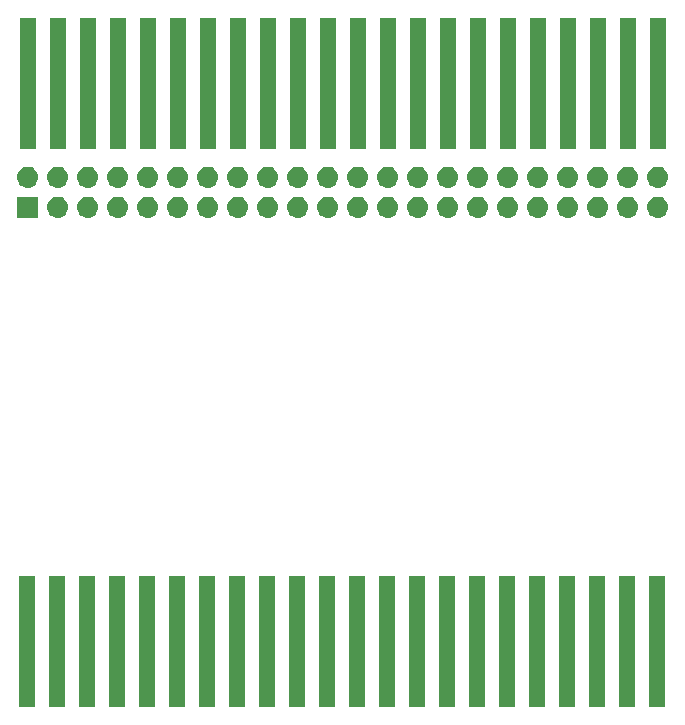
<source format=gbr>
G04 #@! TF.GenerationSoftware,KiCad,Pcbnew,(5.1.2-1)-1*
G04 #@! TF.CreationDate,2022-07-30T23:38:52+02:00*
G04 #@! TF.ProjectId,ElectronBreakOut,456c6563-7472-46f6-9e42-7265616b4f75,rev?*
G04 #@! TF.SameCoordinates,Original*
G04 #@! TF.FileFunction,Soldermask,Bot*
G04 #@! TF.FilePolarity,Negative*
%FSLAX46Y46*%
G04 Gerber Fmt 4.6, Leading zero omitted, Abs format (unit mm)*
G04 Created by KiCad (PCBNEW (5.1.2-1)-1) date 2022-07-30 23:38:52*
%MOMM*%
%LPD*%
G04 APERTURE LIST*
%ADD10C,0.100000*%
G04 APERTURE END LIST*
D10*
G36*
X177978000Y-130265000D02*
G01*
X176606000Y-130265000D01*
X176606000Y-119163000D01*
X177978000Y-119163000D01*
X177978000Y-130265000D01*
X177978000Y-130265000D01*
G37*
G36*
X175438000Y-130265000D02*
G01*
X174066000Y-130265000D01*
X174066000Y-119163000D01*
X175438000Y-119163000D01*
X175438000Y-130265000D01*
X175438000Y-130265000D01*
G37*
G36*
X172898000Y-130265000D02*
G01*
X171526000Y-130265000D01*
X171526000Y-119163000D01*
X172898000Y-119163000D01*
X172898000Y-130265000D01*
X172898000Y-130265000D01*
G37*
G36*
X170358000Y-130265000D02*
G01*
X168986000Y-130265000D01*
X168986000Y-119163000D01*
X170358000Y-119163000D01*
X170358000Y-130265000D01*
X170358000Y-130265000D01*
G37*
G36*
X167818000Y-130265000D02*
G01*
X166446000Y-130265000D01*
X166446000Y-119163000D01*
X167818000Y-119163000D01*
X167818000Y-130265000D01*
X167818000Y-130265000D01*
G37*
G36*
X165278000Y-130265000D02*
G01*
X163906000Y-130265000D01*
X163906000Y-119163000D01*
X165278000Y-119163000D01*
X165278000Y-130265000D01*
X165278000Y-130265000D01*
G37*
G36*
X162738000Y-130265000D02*
G01*
X161366000Y-130265000D01*
X161366000Y-119163000D01*
X162738000Y-119163000D01*
X162738000Y-130265000D01*
X162738000Y-130265000D01*
G37*
G36*
X160198000Y-130265000D02*
G01*
X158826000Y-130265000D01*
X158826000Y-119163000D01*
X160198000Y-119163000D01*
X160198000Y-130265000D01*
X160198000Y-130265000D01*
G37*
G36*
X157658000Y-130265000D02*
G01*
X156286000Y-130265000D01*
X156286000Y-119163000D01*
X157658000Y-119163000D01*
X157658000Y-130265000D01*
X157658000Y-130265000D01*
G37*
G36*
X155118000Y-130265000D02*
G01*
X153746000Y-130265000D01*
X153746000Y-119163000D01*
X155118000Y-119163000D01*
X155118000Y-130265000D01*
X155118000Y-130265000D01*
G37*
G36*
X152578000Y-130265000D02*
G01*
X151206000Y-130265000D01*
X151206000Y-119163000D01*
X152578000Y-119163000D01*
X152578000Y-130265000D01*
X152578000Y-130265000D01*
G37*
G36*
X150038000Y-130265000D02*
G01*
X148666000Y-130265000D01*
X148666000Y-119163000D01*
X150038000Y-119163000D01*
X150038000Y-130265000D01*
X150038000Y-130265000D01*
G37*
G36*
X147498000Y-130265000D02*
G01*
X146126000Y-130265000D01*
X146126000Y-119163000D01*
X147498000Y-119163000D01*
X147498000Y-130265000D01*
X147498000Y-130265000D01*
G37*
G36*
X144958000Y-130265000D02*
G01*
X143586000Y-130265000D01*
X143586000Y-119163000D01*
X144958000Y-119163000D01*
X144958000Y-130265000D01*
X144958000Y-130265000D01*
G37*
G36*
X142418000Y-130265000D02*
G01*
X141046000Y-130265000D01*
X141046000Y-119163000D01*
X142418000Y-119163000D01*
X142418000Y-130265000D01*
X142418000Y-130265000D01*
G37*
G36*
X139878000Y-130265000D02*
G01*
X138506000Y-130265000D01*
X138506000Y-119163000D01*
X139878000Y-119163000D01*
X139878000Y-130265000D01*
X139878000Y-130265000D01*
G37*
G36*
X137338000Y-130265000D02*
G01*
X135966000Y-130265000D01*
X135966000Y-119163000D01*
X137338000Y-119163000D01*
X137338000Y-130265000D01*
X137338000Y-130265000D01*
G37*
G36*
X134798000Y-130265000D02*
G01*
X133426000Y-130265000D01*
X133426000Y-119163000D01*
X134798000Y-119163000D01*
X134798000Y-130265000D01*
X134798000Y-130265000D01*
G37*
G36*
X132258000Y-130265000D02*
G01*
X130886000Y-130265000D01*
X130886000Y-119163000D01*
X132258000Y-119163000D01*
X132258000Y-130265000D01*
X132258000Y-130265000D01*
G37*
G36*
X129718000Y-130265000D02*
G01*
X128346000Y-130265000D01*
X128346000Y-119163000D01*
X129718000Y-119163000D01*
X129718000Y-130265000D01*
X129718000Y-130265000D01*
G37*
G36*
X127178000Y-130265000D02*
G01*
X125806000Y-130265000D01*
X125806000Y-119163000D01*
X127178000Y-119163000D01*
X127178000Y-130265000D01*
X127178000Y-130265000D01*
G37*
G36*
X124638000Y-130265000D02*
G01*
X123266000Y-130265000D01*
X123266000Y-119163000D01*
X124638000Y-119163000D01*
X124638000Y-130265000D01*
X124638000Y-130265000D01*
G37*
G36*
X124901000Y-88851000D02*
G01*
X123099000Y-88851000D01*
X123099000Y-87049000D01*
X124901000Y-87049000D01*
X124901000Y-88851000D01*
X124901000Y-88851000D01*
G37*
G36*
X126650443Y-87055519D02*
G01*
X126716627Y-87062037D01*
X126886466Y-87113557D01*
X127042991Y-87197222D01*
X127078729Y-87226552D01*
X127180186Y-87309814D01*
X127263448Y-87411271D01*
X127292778Y-87447009D01*
X127376443Y-87603534D01*
X127427963Y-87773373D01*
X127445359Y-87950000D01*
X127427963Y-88126627D01*
X127376443Y-88296466D01*
X127292778Y-88452991D01*
X127263448Y-88488729D01*
X127180186Y-88590186D01*
X127078729Y-88673448D01*
X127042991Y-88702778D01*
X126886466Y-88786443D01*
X126716627Y-88837963D01*
X126650443Y-88844481D01*
X126584260Y-88851000D01*
X126495740Y-88851000D01*
X126429557Y-88844481D01*
X126363373Y-88837963D01*
X126193534Y-88786443D01*
X126037009Y-88702778D01*
X126001271Y-88673448D01*
X125899814Y-88590186D01*
X125816552Y-88488729D01*
X125787222Y-88452991D01*
X125703557Y-88296466D01*
X125652037Y-88126627D01*
X125634641Y-87950000D01*
X125652037Y-87773373D01*
X125703557Y-87603534D01*
X125787222Y-87447009D01*
X125816552Y-87411271D01*
X125899814Y-87309814D01*
X126001271Y-87226552D01*
X126037009Y-87197222D01*
X126193534Y-87113557D01*
X126363373Y-87062037D01*
X126429557Y-87055519D01*
X126495740Y-87049000D01*
X126584260Y-87049000D01*
X126650443Y-87055519D01*
X126650443Y-87055519D01*
G37*
G36*
X129190443Y-87055519D02*
G01*
X129256627Y-87062037D01*
X129426466Y-87113557D01*
X129582991Y-87197222D01*
X129618729Y-87226552D01*
X129720186Y-87309814D01*
X129803448Y-87411271D01*
X129832778Y-87447009D01*
X129916443Y-87603534D01*
X129967963Y-87773373D01*
X129985359Y-87950000D01*
X129967963Y-88126627D01*
X129916443Y-88296466D01*
X129832778Y-88452991D01*
X129803448Y-88488729D01*
X129720186Y-88590186D01*
X129618729Y-88673448D01*
X129582991Y-88702778D01*
X129426466Y-88786443D01*
X129256627Y-88837963D01*
X129190443Y-88844481D01*
X129124260Y-88851000D01*
X129035740Y-88851000D01*
X128969557Y-88844481D01*
X128903373Y-88837963D01*
X128733534Y-88786443D01*
X128577009Y-88702778D01*
X128541271Y-88673448D01*
X128439814Y-88590186D01*
X128356552Y-88488729D01*
X128327222Y-88452991D01*
X128243557Y-88296466D01*
X128192037Y-88126627D01*
X128174641Y-87950000D01*
X128192037Y-87773373D01*
X128243557Y-87603534D01*
X128327222Y-87447009D01*
X128356552Y-87411271D01*
X128439814Y-87309814D01*
X128541271Y-87226552D01*
X128577009Y-87197222D01*
X128733534Y-87113557D01*
X128903373Y-87062037D01*
X128969557Y-87055519D01*
X129035740Y-87049000D01*
X129124260Y-87049000D01*
X129190443Y-87055519D01*
X129190443Y-87055519D01*
G37*
G36*
X131730443Y-87055519D02*
G01*
X131796627Y-87062037D01*
X131966466Y-87113557D01*
X132122991Y-87197222D01*
X132158729Y-87226552D01*
X132260186Y-87309814D01*
X132343448Y-87411271D01*
X132372778Y-87447009D01*
X132456443Y-87603534D01*
X132507963Y-87773373D01*
X132525359Y-87950000D01*
X132507963Y-88126627D01*
X132456443Y-88296466D01*
X132372778Y-88452991D01*
X132343448Y-88488729D01*
X132260186Y-88590186D01*
X132158729Y-88673448D01*
X132122991Y-88702778D01*
X131966466Y-88786443D01*
X131796627Y-88837963D01*
X131730443Y-88844481D01*
X131664260Y-88851000D01*
X131575740Y-88851000D01*
X131509557Y-88844481D01*
X131443373Y-88837963D01*
X131273534Y-88786443D01*
X131117009Y-88702778D01*
X131081271Y-88673448D01*
X130979814Y-88590186D01*
X130896552Y-88488729D01*
X130867222Y-88452991D01*
X130783557Y-88296466D01*
X130732037Y-88126627D01*
X130714641Y-87950000D01*
X130732037Y-87773373D01*
X130783557Y-87603534D01*
X130867222Y-87447009D01*
X130896552Y-87411271D01*
X130979814Y-87309814D01*
X131081271Y-87226552D01*
X131117009Y-87197222D01*
X131273534Y-87113557D01*
X131443373Y-87062037D01*
X131509557Y-87055519D01*
X131575740Y-87049000D01*
X131664260Y-87049000D01*
X131730443Y-87055519D01*
X131730443Y-87055519D01*
G37*
G36*
X134270443Y-87055519D02*
G01*
X134336627Y-87062037D01*
X134506466Y-87113557D01*
X134662991Y-87197222D01*
X134698729Y-87226552D01*
X134800186Y-87309814D01*
X134883448Y-87411271D01*
X134912778Y-87447009D01*
X134996443Y-87603534D01*
X135047963Y-87773373D01*
X135065359Y-87950000D01*
X135047963Y-88126627D01*
X134996443Y-88296466D01*
X134912778Y-88452991D01*
X134883448Y-88488729D01*
X134800186Y-88590186D01*
X134698729Y-88673448D01*
X134662991Y-88702778D01*
X134506466Y-88786443D01*
X134336627Y-88837963D01*
X134270443Y-88844481D01*
X134204260Y-88851000D01*
X134115740Y-88851000D01*
X134049557Y-88844481D01*
X133983373Y-88837963D01*
X133813534Y-88786443D01*
X133657009Y-88702778D01*
X133621271Y-88673448D01*
X133519814Y-88590186D01*
X133436552Y-88488729D01*
X133407222Y-88452991D01*
X133323557Y-88296466D01*
X133272037Y-88126627D01*
X133254641Y-87950000D01*
X133272037Y-87773373D01*
X133323557Y-87603534D01*
X133407222Y-87447009D01*
X133436552Y-87411271D01*
X133519814Y-87309814D01*
X133621271Y-87226552D01*
X133657009Y-87197222D01*
X133813534Y-87113557D01*
X133983373Y-87062037D01*
X134049557Y-87055519D01*
X134115740Y-87049000D01*
X134204260Y-87049000D01*
X134270443Y-87055519D01*
X134270443Y-87055519D01*
G37*
G36*
X136810443Y-87055519D02*
G01*
X136876627Y-87062037D01*
X137046466Y-87113557D01*
X137202991Y-87197222D01*
X137238729Y-87226552D01*
X137340186Y-87309814D01*
X137423448Y-87411271D01*
X137452778Y-87447009D01*
X137536443Y-87603534D01*
X137587963Y-87773373D01*
X137605359Y-87950000D01*
X137587963Y-88126627D01*
X137536443Y-88296466D01*
X137452778Y-88452991D01*
X137423448Y-88488729D01*
X137340186Y-88590186D01*
X137238729Y-88673448D01*
X137202991Y-88702778D01*
X137046466Y-88786443D01*
X136876627Y-88837963D01*
X136810443Y-88844481D01*
X136744260Y-88851000D01*
X136655740Y-88851000D01*
X136589557Y-88844481D01*
X136523373Y-88837963D01*
X136353534Y-88786443D01*
X136197009Y-88702778D01*
X136161271Y-88673448D01*
X136059814Y-88590186D01*
X135976552Y-88488729D01*
X135947222Y-88452991D01*
X135863557Y-88296466D01*
X135812037Y-88126627D01*
X135794641Y-87950000D01*
X135812037Y-87773373D01*
X135863557Y-87603534D01*
X135947222Y-87447009D01*
X135976552Y-87411271D01*
X136059814Y-87309814D01*
X136161271Y-87226552D01*
X136197009Y-87197222D01*
X136353534Y-87113557D01*
X136523373Y-87062037D01*
X136589557Y-87055519D01*
X136655740Y-87049000D01*
X136744260Y-87049000D01*
X136810443Y-87055519D01*
X136810443Y-87055519D01*
G37*
G36*
X139350443Y-87055519D02*
G01*
X139416627Y-87062037D01*
X139586466Y-87113557D01*
X139742991Y-87197222D01*
X139778729Y-87226552D01*
X139880186Y-87309814D01*
X139963448Y-87411271D01*
X139992778Y-87447009D01*
X140076443Y-87603534D01*
X140127963Y-87773373D01*
X140145359Y-87950000D01*
X140127963Y-88126627D01*
X140076443Y-88296466D01*
X139992778Y-88452991D01*
X139963448Y-88488729D01*
X139880186Y-88590186D01*
X139778729Y-88673448D01*
X139742991Y-88702778D01*
X139586466Y-88786443D01*
X139416627Y-88837963D01*
X139350443Y-88844481D01*
X139284260Y-88851000D01*
X139195740Y-88851000D01*
X139129557Y-88844481D01*
X139063373Y-88837963D01*
X138893534Y-88786443D01*
X138737009Y-88702778D01*
X138701271Y-88673448D01*
X138599814Y-88590186D01*
X138516552Y-88488729D01*
X138487222Y-88452991D01*
X138403557Y-88296466D01*
X138352037Y-88126627D01*
X138334641Y-87950000D01*
X138352037Y-87773373D01*
X138403557Y-87603534D01*
X138487222Y-87447009D01*
X138516552Y-87411271D01*
X138599814Y-87309814D01*
X138701271Y-87226552D01*
X138737009Y-87197222D01*
X138893534Y-87113557D01*
X139063373Y-87062037D01*
X139129557Y-87055519D01*
X139195740Y-87049000D01*
X139284260Y-87049000D01*
X139350443Y-87055519D01*
X139350443Y-87055519D01*
G37*
G36*
X141890443Y-87055519D02*
G01*
X141956627Y-87062037D01*
X142126466Y-87113557D01*
X142282991Y-87197222D01*
X142318729Y-87226552D01*
X142420186Y-87309814D01*
X142503448Y-87411271D01*
X142532778Y-87447009D01*
X142616443Y-87603534D01*
X142667963Y-87773373D01*
X142685359Y-87950000D01*
X142667963Y-88126627D01*
X142616443Y-88296466D01*
X142532778Y-88452991D01*
X142503448Y-88488729D01*
X142420186Y-88590186D01*
X142318729Y-88673448D01*
X142282991Y-88702778D01*
X142126466Y-88786443D01*
X141956627Y-88837963D01*
X141890443Y-88844481D01*
X141824260Y-88851000D01*
X141735740Y-88851000D01*
X141669557Y-88844481D01*
X141603373Y-88837963D01*
X141433534Y-88786443D01*
X141277009Y-88702778D01*
X141241271Y-88673448D01*
X141139814Y-88590186D01*
X141056552Y-88488729D01*
X141027222Y-88452991D01*
X140943557Y-88296466D01*
X140892037Y-88126627D01*
X140874641Y-87950000D01*
X140892037Y-87773373D01*
X140943557Y-87603534D01*
X141027222Y-87447009D01*
X141056552Y-87411271D01*
X141139814Y-87309814D01*
X141241271Y-87226552D01*
X141277009Y-87197222D01*
X141433534Y-87113557D01*
X141603373Y-87062037D01*
X141669557Y-87055519D01*
X141735740Y-87049000D01*
X141824260Y-87049000D01*
X141890443Y-87055519D01*
X141890443Y-87055519D01*
G37*
G36*
X144430443Y-87055519D02*
G01*
X144496627Y-87062037D01*
X144666466Y-87113557D01*
X144822991Y-87197222D01*
X144858729Y-87226552D01*
X144960186Y-87309814D01*
X145043448Y-87411271D01*
X145072778Y-87447009D01*
X145156443Y-87603534D01*
X145207963Y-87773373D01*
X145225359Y-87950000D01*
X145207963Y-88126627D01*
X145156443Y-88296466D01*
X145072778Y-88452991D01*
X145043448Y-88488729D01*
X144960186Y-88590186D01*
X144858729Y-88673448D01*
X144822991Y-88702778D01*
X144666466Y-88786443D01*
X144496627Y-88837963D01*
X144430443Y-88844481D01*
X144364260Y-88851000D01*
X144275740Y-88851000D01*
X144209557Y-88844481D01*
X144143373Y-88837963D01*
X143973534Y-88786443D01*
X143817009Y-88702778D01*
X143781271Y-88673448D01*
X143679814Y-88590186D01*
X143596552Y-88488729D01*
X143567222Y-88452991D01*
X143483557Y-88296466D01*
X143432037Y-88126627D01*
X143414641Y-87950000D01*
X143432037Y-87773373D01*
X143483557Y-87603534D01*
X143567222Y-87447009D01*
X143596552Y-87411271D01*
X143679814Y-87309814D01*
X143781271Y-87226552D01*
X143817009Y-87197222D01*
X143973534Y-87113557D01*
X144143373Y-87062037D01*
X144209557Y-87055519D01*
X144275740Y-87049000D01*
X144364260Y-87049000D01*
X144430443Y-87055519D01*
X144430443Y-87055519D01*
G37*
G36*
X146970443Y-87055519D02*
G01*
X147036627Y-87062037D01*
X147206466Y-87113557D01*
X147362991Y-87197222D01*
X147398729Y-87226552D01*
X147500186Y-87309814D01*
X147583448Y-87411271D01*
X147612778Y-87447009D01*
X147696443Y-87603534D01*
X147747963Y-87773373D01*
X147765359Y-87950000D01*
X147747963Y-88126627D01*
X147696443Y-88296466D01*
X147612778Y-88452991D01*
X147583448Y-88488729D01*
X147500186Y-88590186D01*
X147398729Y-88673448D01*
X147362991Y-88702778D01*
X147206466Y-88786443D01*
X147036627Y-88837963D01*
X146970443Y-88844481D01*
X146904260Y-88851000D01*
X146815740Y-88851000D01*
X146749557Y-88844481D01*
X146683373Y-88837963D01*
X146513534Y-88786443D01*
X146357009Y-88702778D01*
X146321271Y-88673448D01*
X146219814Y-88590186D01*
X146136552Y-88488729D01*
X146107222Y-88452991D01*
X146023557Y-88296466D01*
X145972037Y-88126627D01*
X145954641Y-87950000D01*
X145972037Y-87773373D01*
X146023557Y-87603534D01*
X146107222Y-87447009D01*
X146136552Y-87411271D01*
X146219814Y-87309814D01*
X146321271Y-87226552D01*
X146357009Y-87197222D01*
X146513534Y-87113557D01*
X146683373Y-87062037D01*
X146749557Y-87055519D01*
X146815740Y-87049000D01*
X146904260Y-87049000D01*
X146970443Y-87055519D01*
X146970443Y-87055519D01*
G37*
G36*
X149510443Y-87055519D02*
G01*
X149576627Y-87062037D01*
X149746466Y-87113557D01*
X149902991Y-87197222D01*
X149938729Y-87226552D01*
X150040186Y-87309814D01*
X150123448Y-87411271D01*
X150152778Y-87447009D01*
X150236443Y-87603534D01*
X150287963Y-87773373D01*
X150305359Y-87950000D01*
X150287963Y-88126627D01*
X150236443Y-88296466D01*
X150152778Y-88452991D01*
X150123448Y-88488729D01*
X150040186Y-88590186D01*
X149938729Y-88673448D01*
X149902991Y-88702778D01*
X149746466Y-88786443D01*
X149576627Y-88837963D01*
X149510443Y-88844481D01*
X149444260Y-88851000D01*
X149355740Y-88851000D01*
X149289557Y-88844481D01*
X149223373Y-88837963D01*
X149053534Y-88786443D01*
X148897009Y-88702778D01*
X148861271Y-88673448D01*
X148759814Y-88590186D01*
X148676552Y-88488729D01*
X148647222Y-88452991D01*
X148563557Y-88296466D01*
X148512037Y-88126627D01*
X148494641Y-87950000D01*
X148512037Y-87773373D01*
X148563557Y-87603534D01*
X148647222Y-87447009D01*
X148676552Y-87411271D01*
X148759814Y-87309814D01*
X148861271Y-87226552D01*
X148897009Y-87197222D01*
X149053534Y-87113557D01*
X149223373Y-87062037D01*
X149289557Y-87055519D01*
X149355740Y-87049000D01*
X149444260Y-87049000D01*
X149510443Y-87055519D01*
X149510443Y-87055519D01*
G37*
G36*
X152050443Y-87055519D02*
G01*
X152116627Y-87062037D01*
X152286466Y-87113557D01*
X152442991Y-87197222D01*
X152478729Y-87226552D01*
X152580186Y-87309814D01*
X152663448Y-87411271D01*
X152692778Y-87447009D01*
X152776443Y-87603534D01*
X152827963Y-87773373D01*
X152845359Y-87950000D01*
X152827963Y-88126627D01*
X152776443Y-88296466D01*
X152692778Y-88452991D01*
X152663448Y-88488729D01*
X152580186Y-88590186D01*
X152478729Y-88673448D01*
X152442991Y-88702778D01*
X152286466Y-88786443D01*
X152116627Y-88837963D01*
X152050443Y-88844481D01*
X151984260Y-88851000D01*
X151895740Y-88851000D01*
X151829557Y-88844481D01*
X151763373Y-88837963D01*
X151593534Y-88786443D01*
X151437009Y-88702778D01*
X151401271Y-88673448D01*
X151299814Y-88590186D01*
X151216552Y-88488729D01*
X151187222Y-88452991D01*
X151103557Y-88296466D01*
X151052037Y-88126627D01*
X151034641Y-87950000D01*
X151052037Y-87773373D01*
X151103557Y-87603534D01*
X151187222Y-87447009D01*
X151216552Y-87411271D01*
X151299814Y-87309814D01*
X151401271Y-87226552D01*
X151437009Y-87197222D01*
X151593534Y-87113557D01*
X151763373Y-87062037D01*
X151829557Y-87055519D01*
X151895740Y-87049000D01*
X151984260Y-87049000D01*
X152050443Y-87055519D01*
X152050443Y-87055519D01*
G37*
G36*
X154590443Y-87055519D02*
G01*
X154656627Y-87062037D01*
X154826466Y-87113557D01*
X154982991Y-87197222D01*
X155018729Y-87226552D01*
X155120186Y-87309814D01*
X155203448Y-87411271D01*
X155232778Y-87447009D01*
X155316443Y-87603534D01*
X155367963Y-87773373D01*
X155385359Y-87950000D01*
X155367963Y-88126627D01*
X155316443Y-88296466D01*
X155232778Y-88452991D01*
X155203448Y-88488729D01*
X155120186Y-88590186D01*
X155018729Y-88673448D01*
X154982991Y-88702778D01*
X154826466Y-88786443D01*
X154656627Y-88837963D01*
X154590443Y-88844481D01*
X154524260Y-88851000D01*
X154435740Y-88851000D01*
X154369557Y-88844481D01*
X154303373Y-88837963D01*
X154133534Y-88786443D01*
X153977009Y-88702778D01*
X153941271Y-88673448D01*
X153839814Y-88590186D01*
X153756552Y-88488729D01*
X153727222Y-88452991D01*
X153643557Y-88296466D01*
X153592037Y-88126627D01*
X153574641Y-87950000D01*
X153592037Y-87773373D01*
X153643557Y-87603534D01*
X153727222Y-87447009D01*
X153756552Y-87411271D01*
X153839814Y-87309814D01*
X153941271Y-87226552D01*
X153977009Y-87197222D01*
X154133534Y-87113557D01*
X154303373Y-87062037D01*
X154369557Y-87055519D01*
X154435740Y-87049000D01*
X154524260Y-87049000D01*
X154590443Y-87055519D01*
X154590443Y-87055519D01*
G37*
G36*
X157130443Y-87055519D02*
G01*
X157196627Y-87062037D01*
X157366466Y-87113557D01*
X157522991Y-87197222D01*
X157558729Y-87226552D01*
X157660186Y-87309814D01*
X157743448Y-87411271D01*
X157772778Y-87447009D01*
X157856443Y-87603534D01*
X157907963Y-87773373D01*
X157925359Y-87950000D01*
X157907963Y-88126627D01*
X157856443Y-88296466D01*
X157772778Y-88452991D01*
X157743448Y-88488729D01*
X157660186Y-88590186D01*
X157558729Y-88673448D01*
X157522991Y-88702778D01*
X157366466Y-88786443D01*
X157196627Y-88837963D01*
X157130443Y-88844481D01*
X157064260Y-88851000D01*
X156975740Y-88851000D01*
X156909557Y-88844481D01*
X156843373Y-88837963D01*
X156673534Y-88786443D01*
X156517009Y-88702778D01*
X156481271Y-88673448D01*
X156379814Y-88590186D01*
X156296552Y-88488729D01*
X156267222Y-88452991D01*
X156183557Y-88296466D01*
X156132037Y-88126627D01*
X156114641Y-87950000D01*
X156132037Y-87773373D01*
X156183557Y-87603534D01*
X156267222Y-87447009D01*
X156296552Y-87411271D01*
X156379814Y-87309814D01*
X156481271Y-87226552D01*
X156517009Y-87197222D01*
X156673534Y-87113557D01*
X156843373Y-87062037D01*
X156909557Y-87055519D01*
X156975740Y-87049000D01*
X157064260Y-87049000D01*
X157130443Y-87055519D01*
X157130443Y-87055519D01*
G37*
G36*
X159670443Y-87055519D02*
G01*
X159736627Y-87062037D01*
X159906466Y-87113557D01*
X160062991Y-87197222D01*
X160098729Y-87226552D01*
X160200186Y-87309814D01*
X160283448Y-87411271D01*
X160312778Y-87447009D01*
X160396443Y-87603534D01*
X160447963Y-87773373D01*
X160465359Y-87950000D01*
X160447963Y-88126627D01*
X160396443Y-88296466D01*
X160312778Y-88452991D01*
X160283448Y-88488729D01*
X160200186Y-88590186D01*
X160098729Y-88673448D01*
X160062991Y-88702778D01*
X159906466Y-88786443D01*
X159736627Y-88837963D01*
X159670443Y-88844481D01*
X159604260Y-88851000D01*
X159515740Y-88851000D01*
X159449557Y-88844481D01*
X159383373Y-88837963D01*
X159213534Y-88786443D01*
X159057009Y-88702778D01*
X159021271Y-88673448D01*
X158919814Y-88590186D01*
X158836552Y-88488729D01*
X158807222Y-88452991D01*
X158723557Y-88296466D01*
X158672037Y-88126627D01*
X158654641Y-87950000D01*
X158672037Y-87773373D01*
X158723557Y-87603534D01*
X158807222Y-87447009D01*
X158836552Y-87411271D01*
X158919814Y-87309814D01*
X159021271Y-87226552D01*
X159057009Y-87197222D01*
X159213534Y-87113557D01*
X159383373Y-87062037D01*
X159449557Y-87055519D01*
X159515740Y-87049000D01*
X159604260Y-87049000D01*
X159670443Y-87055519D01*
X159670443Y-87055519D01*
G37*
G36*
X162210443Y-87055519D02*
G01*
X162276627Y-87062037D01*
X162446466Y-87113557D01*
X162602991Y-87197222D01*
X162638729Y-87226552D01*
X162740186Y-87309814D01*
X162823448Y-87411271D01*
X162852778Y-87447009D01*
X162936443Y-87603534D01*
X162987963Y-87773373D01*
X163005359Y-87950000D01*
X162987963Y-88126627D01*
X162936443Y-88296466D01*
X162852778Y-88452991D01*
X162823448Y-88488729D01*
X162740186Y-88590186D01*
X162638729Y-88673448D01*
X162602991Y-88702778D01*
X162446466Y-88786443D01*
X162276627Y-88837963D01*
X162210443Y-88844481D01*
X162144260Y-88851000D01*
X162055740Y-88851000D01*
X161989557Y-88844481D01*
X161923373Y-88837963D01*
X161753534Y-88786443D01*
X161597009Y-88702778D01*
X161561271Y-88673448D01*
X161459814Y-88590186D01*
X161376552Y-88488729D01*
X161347222Y-88452991D01*
X161263557Y-88296466D01*
X161212037Y-88126627D01*
X161194641Y-87950000D01*
X161212037Y-87773373D01*
X161263557Y-87603534D01*
X161347222Y-87447009D01*
X161376552Y-87411271D01*
X161459814Y-87309814D01*
X161561271Y-87226552D01*
X161597009Y-87197222D01*
X161753534Y-87113557D01*
X161923373Y-87062037D01*
X161989557Y-87055519D01*
X162055740Y-87049000D01*
X162144260Y-87049000D01*
X162210443Y-87055519D01*
X162210443Y-87055519D01*
G37*
G36*
X164750443Y-87055519D02*
G01*
X164816627Y-87062037D01*
X164986466Y-87113557D01*
X165142991Y-87197222D01*
X165178729Y-87226552D01*
X165280186Y-87309814D01*
X165363448Y-87411271D01*
X165392778Y-87447009D01*
X165476443Y-87603534D01*
X165527963Y-87773373D01*
X165545359Y-87950000D01*
X165527963Y-88126627D01*
X165476443Y-88296466D01*
X165392778Y-88452991D01*
X165363448Y-88488729D01*
X165280186Y-88590186D01*
X165178729Y-88673448D01*
X165142991Y-88702778D01*
X164986466Y-88786443D01*
X164816627Y-88837963D01*
X164750443Y-88844481D01*
X164684260Y-88851000D01*
X164595740Y-88851000D01*
X164529557Y-88844481D01*
X164463373Y-88837963D01*
X164293534Y-88786443D01*
X164137009Y-88702778D01*
X164101271Y-88673448D01*
X163999814Y-88590186D01*
X163916552Y-88488729D01*
X163887222Y-88452991D01*
X163803557Y-88296466D01*
X163752037Y-88126627D01*
X163734641Y-87950000D01*
X163752037Y-87773373D01*
X163803557Y-87603534D01*
X163887222Y-87447009D01*
X163916552Y-87411271D01*
X163999814Y-87309814D01*
X164101271Y-87226552D01*
X164137009Y-87197222D01*
X164293534Y-87113557D01*
X164463373Y-87062037D01*
X164529557Y-87055519D01*
X164595740Y-87049000D01*
X164684260Y-87049000D01*
X164750443Y-87055519D01*
X164750443Y-87055519D01*
G37*
G36*
X167290443Y-87055519D02*
G01*
X167356627Y-87062037D01*
X167526466Y-87113557D01*
X167682991Y-87197222D01*
X167718729Y-87226552D01*
X167820186Y-87309814D01*
X167903448Y-87411271D01*
X167932778Y-87447009D01*
X168016443Y-87603534D01*
X168067963Y-87773373D01*
X168085359Y-87950000D01*
X168067963Y-88126627D01*
X168016443Y-88296466D01*
X167932778Y-88452991D01*
X167903448Y-88488729D01*
X167820186Y-88590186D01*
X167718729Y-88673448D01*
X167682991Y-88702778D01*
X167526466Y-88786443D01*
X167356627Y-88837963D01*
X167290443Y-88844481D01*
X167224260Y-88851000D01*
X167135740Y-88851000D01*
X167069557Y-88844481D01*
X167003373Y-88837963D01*
X166833534Y-88786443D01*
X166677009Y-88702778D01*
X166641271Y-88673448D01*
X166539814Y-88590186D01*
X166456552Y-88488729D01*
X166427222Y-88452991D01*
X166343557Y-88296466D01*
X166292037Y-88126627D01*
X166274641Y-87950000D01*
X166292037Y-87773373D01*
X166343557Y-87603534D01*
X166427222Y-87447009D01*
X166456552Y-87411271D01*
X166539814Y-87309814D01*
X166641271Y-87226552D01*
X166677009Y-87197222D01*
X166833534Y-87113557D01*
X167003373Y-87062037D01*
X167069557Y-87055519D01*
X167135740Y-87049000D01*
X167224260Y-87049000D01*
X167290443Y-87055519D01*
X167290443Y-87055519D01*
G37*
G36*
X169830443Y-87055519D02*
G01*
X169896627Y-87062037D01*
X170066466Y-87113557D01*
X170222991Y-87197222D01*
X170258729Y-87226552D01*
X170360186Y-87309814D01*
X170443448Y-87411271D01*
X170472778Y-87447009D01*
X170556443Y-87603534D01*
X170607963Y-87773373D01*
X170625359Y-87950000D01*
X170607963Y-88126627D01*
X170556443Y-88296466D01*
X170472778Y-88452991D01*
X170443448Y-88488729D01*
X170360186Y-88590186D01*
X170258729Y-88673448D01*
X170222991Y-88702778D01*
X170066466Y-88786443D01*
X169896627Y-88837963D01*
X169830443Y-88844481D01*
X169764260Y-88851000D01*
X169675740Y-88851000D01*
X169609557Y-88844481D01*
X169543373Y-88837963D01*
X169373534Y-88786443D01*
X169217009Y-88702778D01*
X169181271Y-88673448D01*
X169079814Y-88590186D01*
X168996552Y-88488729D01*
X168967222Y-88452991D01*
X168883557Y-88296466D01*
X168832037Y-88126627D01*
X168814641Y-87950000D01*
X168832037Y-87773373D01*
X168883557Y-87603534D01*
X168967222Y-87447009D01*
X168996552Y-87411271D01*
X169079814Y-87309814D01*
X169181271Y-87226552D01*
X169217009Y-87197222D01*
X169373534Y-87113557D01*
X169543373Y-87062037D01*
X169609557Y-87055519D01*
X169675740Y-87049000D01*
X169764260Y-87049000D01*
X169830443Y-87055519D01*
X169830443Y-87055519D01*
G37*
G36*
X172370443Y-87055519D02*
G01*
X172436627Y-87062037D01*
X172606466Y-87113557D01*
X172762991Y-87197222D01*
X172798729Y-87226552D01*
X172900186Y-87309814D01*
X172983448Y-87411271D01*
X173012778Y-87447009D01*
X173096443Y-87603534D01*
X173147963Y-87773373D01*
X173165359Y-87950000D01*
X173147963Y-88126627D01*
X173096443Y-88296466D01*
X173012778Y-88452991D01*
X172983448Y-88488729D01*
X172900186Y-88590186D01*
X172798729Y-88673448D01*
X172762991Y-88702778D01*
X172606466Y-88786443D01*
X172436627Y-88837963D01*
X172370442Y-88844482D01*
X172304260Y-88851000D01*
X172215740Y-88851000D01*
X172149557Y-88844481D01*
X172083373Y-88837963D01*
X171913534Y-88786443D01*
X171757009Y-88702778D01*
X171721271Y-88673448D01*
X171619814Y-88590186D01*
X171536552Y-88488729D01*
X171507222Y-88452991D01*
X171423557Y-88296466D01*
X171372037Y-88126627D01*
X171354641Y-87950000D01*
X171372037Y-87773373D01*
X171423557Y-87603534D01*
X171507222Y-87447009D01*
X171536552Y-87411271D01*
X171619814Y-87309814D01*
X171721271Y-87226552D01*
X171757009Y-87197222D01*
X171913534Y-87113557D01*
X172083373Y-87062037D01*
X172149557Y-87055519D01*
X172215740Y-87049000D01*
X172304260Y-87049000D01*
X172370443Y-87055519D01*
X172370443Y-87055519D01*
G37*
G36*
X174910443Y-87055519D02*
G01*
X174976627Y-87062037D01*
X175146466Y-87113557D01*
X175302991Y-87197222D01*
X175338729Y-87226552D01*
X175440186Y-87309814D01*
X175523448Y-87411271D01*
X175552778Y-87447009D01*
X175636443Y-87603534D01*
X175687963Y-87773373D01*
X175705359Y-87950000D01*
X175687963Y-88126627D01*
X175636443Y-88296466D01*
X175552778Y-88452991D01*
X175523448Y-88488729D01*
X175440186Y-88590186D01*
X175338729Y-88673448D01*
X175302991Y-88702778D01*
X175146466Y-88786443D01*
X174976627Y-88837963D01*
X174910442Y-88844482D01*
X174844260Y-88851000D01*
X174755740Y-88851000D01*
X174689557Y-88844481D01*
X174623373Y-88837963D01*
X174453534Y-88786443D01*
X174297009Y-88702778D01*
X174261271Y-88673448D01*
X174159814Y-88590186D01*
X174076552Y-88488729D01*
X174047222Y-88452991D01*
X173963557Y-88296466D01*
X173912037Y-88126627D01*
X173894641Y-87950000D01*
X173912037Y-87773373D01*
X173963557Y-87603534D01*
X174047222Y-87447009D01*
X174076552Y-87411271D01*
X174159814Y-87309814D01*
X174261271Y-87226552D01*
X174297009Y-87197222D01*
X174453534Y-87113557D01*
X174623373Y-87062037D01*
X174689557Y-87055519D01*
X174755740Y-87049000D01*
X174844260Y-87049000D01*
X174910443Y-87055519D01*
X174910443Y-87055519D01*
G37*
G36*
X177450443Y-87055519D02*
G01*
X177516627Y-87062037D01*
X177686466Y-87113557D01*
X177842991Y-87197222D01*
X177878729Y-87226552D01*
X177980186Y-87309814D01*
X178063448Y-87411271D01*
X178092778Y-87447009D01*
X178176443Y-87603534D01*
X178227963Y-87773373D01*
X178245359Y-87950000D01*
X178227963Y-88126627D01*
X178176443Y-88296466D01*
X178092778Y-88452991D01*
X178063448Y-88488729D01*
X177980186Y-88590186D01*
X177878729Y-88673448D01*
X177842991Y-88702778D01*
X177686466Y-88786443D01*
X177516627Y-88837963D01*
X177450442Y-88844482D01*
X177384260Y-88851000D01*
X177295740Y-88851000D01*
X177229557Y-88844481D01*
X177163373Y-88837963D01*
X176993534Y-88786443D01*
X176837009Y-88702778D01*
X176801271Y-88673448D01*
X176699814Y-88590186D01*
X176616552Y-88488729D01*
X176587222Y-88452991D01*
X176503557Y-88296466D01*
X176452037Y-88126627D01*
X176434641Y-87950000D01*
X176452037Y-87773373D01*
X176503557Y-87603534D01*
X176587222Y-87447009D01*
X176616552Y-87411271D01*
X176699814Y-87309814D01*
X176801271Y-87226552D01*
X176837009Y-87197222D01*
X176993534Y-87113557D01*
X177163373Y-87062037D01*
X177229557Y-87055519D01*
X177295740Y-87049000D01*
X177384260Y-87049000D01*
X177450443Y-87055519D01*
X177450443Y-87055519D01*
G37*
G36*
X177450442Y-84515518D02*
G01*
X177516627Y-84522037D01*
X177686466Y-84573557D01*
X177842991Y-84657222D01*
X177878729Y-84686552D01*
X177980186Y-84769814D01*
X178063448Y-84871271D01*
X178092778Y-84907009D01*
X178176443Y-85063534D01*
X178227963Y-85233373D01*
X178245359Y-85410000D01*
X178227963Y-85586627D01*
X178176443Y-85756466D01*
X178092778Y-85912991D01*
X178063448Y-85948729D01*
X177980186Y-86050186D01*
X177878729Y-86133448D01*
X177842991Y-86162778D01*
X177686466Y-86246443D01*
X177516627Y-86297963D01*
X177450442Y-86304482D01*
X177384260Y-86311000D01*
X177295740Y-86311000D01*
X177229558Y-86304482D01*
X177163373Y-86297963D01*
X176993534Y-86246443D01*
X176837009Y-86162778D01*
X176801271Y-86133448D01*
X176699814Y-86050186D01*
X176616552Y-85948729D01*
X176587222Y-85912991D01*
X176503557Y-85756466D01*
X176452037Y-85586627D01*
X176434641Y-85410000D01*
X176452037Y-85233373D01*
X176503557Y-85063534D01*
X176587222Y-84907009D01*
X176616552Y-84871271D01*
X176699814Y-84769814D01*
X176801271Y-84686552D01*
X176837009Y-84657222D01*
X176993534Y-84573557D01*
X177163373Y-84522037D01*
X177229558Y-84515518D01*
X177295740Y-84509000D01*
X177384260Y-84509000D01*
X177450442Y-84515518D01*
X177450442Y-84515518D01*
G37*
G36*
X124110442Y-84515518D02*
G01*
X124176627Y-84522037D01*
X124346466Y-84573557D01*
X124502991Y-84657222D01*
X124538729Y-84686552D01*
X124640186Y-84769814D01*
X124723448Y-84871271D01*
X124752778Y-84907009D01*
X124836443Y-85063534D01*
X124887963Y-85233373D01*
X124905359Y-85410000D01*
X124887963Y-85586627D01*
X124836443Y-85756466D01*
X124752778Y-85912991D01*
X124723448Y-85948729D01*
X124640186Y-86050186D01*
X124538729Y-86133448D01*
X124502991Y-86162778D01*
X124346466Y-86246443D01*
X124176627Y-86297963D01*
X124110442Y-86304482D01*
X124044260Y-86311000D01*
X123955740Y-86311000D01*
X123889558Y-86304482D01*
X123823373Y-86297963D01*
X123653534Y-86246443D01*
X123497009Y-86162778D01*
X123461271Y-86133448D01*
X123359814Y-86050186D01*
X123276552Y-85948729D01*
X123247222Y-85912991D01*
X123163557Y-85756466D01*
X123112037Y-85586627D01*
X123094641Y-85410000D01*
X123112037Y-85233373D01*
X123163557Y-85063534D01*
X123247222Y-84907009D01*
X123276552Y-84871271D01*
X123359814Y-84769814D01*
X123461271Y-84686552D01*
X123497009Y-84657222D01*
X123653534Y-84573557D01*
X123823373Y-84522037D01*
X123889558Y-84515518D01*
X123955740Y-84509000D01*
X124044260Y-84509000D01*
X124110442Y-84515518D01*
X124110442Y-84515518D01*
G37*
G36*
X174910442Y-84515518D02*
G01*
X174976627Y-84522037D01*
X175146466Y-84573557D01*
X175302991Y-84657222D01*
X175338729Y-84686552D01*
X175440186Y-84769814D01*
X175523448Y-84871271D01*
X175552778Y-84907009D01*
X175636443Y-85063534D01*
X175687963Y-85233373D01*
X175705359Y-85410000D01*
X175687963Y-85586627D01*
X175636443Y-85756466D01*
X175552778Y-85912991D01*
X175523448Y-85948729D01*
X175440186Y-86050186D01*
X175338729Y-86133448D01*
X175302991Y-86162778D01*
X175146466Y-86246443D01*
X174976627Y-86297963D01*
X174910442Y-86304482D01*
X174844260Y-86311000D01*
X174755740Y-86311000D01*
X174689558Y-86304482D01*
X174623373Y-86297963D01*
X174453534Y-86246443D01*
X174297009Y-86162778D01*
X174261271Y-86133448D01*
X174159814Y-86050186D01*
X174076552Y-85948729D01*
X174047222Y-85912991D01*
X173963557Y-85756466D01*
X173912037Y-85586627D01*
X173894641Y-85410000D01*
X173912037Y-85233373D01*
X173963557Y-85063534D01*
X174047222Y-84907009D01*
X174076552Y-84871271D01*
X174159814Y-84769814D01*
X174261271Y-84686552D01*
X174297009Y-84657222D01*
X174453534Y-84573557D01*
X174623373Y-84522037D01*
X174689558Y-84515518D01*
X174755740Y-84509000D01*
X174844260Y-84509000D01*
X174910442Y-84515518D01*
X174910442Y-84515518D01*
G37*
G36*
X126650442Y-84515518D02*
G01*
X126716627Y-84522037D01*
X126886466Y-84573557D01*
X127042991Y-84657222D01*
X127078729Y-84686552D01*
X127180186Y-84769814D01*
X127263448Y-84871271D01*
X127292778Y-84907009D01*
X127376443Y-85063534D01*
X127427963Y-85233373D01*
X127445359Y-85410000D01*
X127427963Y-85586627D01*
X127376443Y-85756466D01*
X127292778Y-85912991D01*
X127263448Y-85948729D01*
X127180186Y-86050186D01*
X127078729Y-86133448D01*
X127042991Y-86162778D01*
X126886466Y-86246443D01*
X126716627Y-86297963D01*
X126650442Y-86304482D01*
X126584260Y-86311000D01*
X126495740Y-86311000D01*
X126429558Y-86304482D01*
X126363373Y-86297963D01*
X126193534Y-86246443D01*
X126037009Y-86162778D01*
X126001271Y-86133448D01*
X125899814Y-86050186D01*
X125816552Y-85948729D01*
X125787222Y-85912991D01*
X125703557Y-85756466D01*
X125652037Y-85586627D01*
X125634641Y-85410000D01*
X125652037Y-85233373D01*
X125703557Y-85063534D01*
X125787222Y-84907009D01*
X125816552Y-84871271D01*
X125899814Y-84769814D01*
X126001271Y-84686552D01*
X126037009Y-84657222D01*
X126193534Y-84573557D01*
X126363373Y-84522037D01*
X126429558Y-84515518D01*
X126495740Y-84509000D01*
X126584260Y-84509000D01*
X126650442Y-84515518D01*
X126650442Y-84515518D01*
G37*
G36*
X172370442Y-84515518D02*
G01*
X172436627Y-84522037D01*
X172606466Y-84573557D01*
X172762991Y-84657222D01*
X172798729Y-84686552D01*
X172900186Y-84769814D01*
X172983448Y-84871271D01*
X173012778Y-84907009D01*
X173096443Y-85063534D01*
X173147963Y-85233373D01*
X173165359Y-85410000D01*
X173147963Y-85586627D01*
X173096443Y-85756466D01*
X173012778Y-85912991D01*
X172983448Y-85948729D01*
X172900186Y-86050186D01*
X172798729Y-86133448D01*
X172762991Y-86162778D01*
X172606466Y-86246443D01*
X172436627Y-86297963D01*
X172370442Y-86304482D01*
X172304260Y-86311000D01*
X172215740Y-86311000D01*
X172149558Y-86304482D01*
X172083373Y-86297963D01*
X171913534Y-86246443D01*
X171757009Y-86162778D01*
X171721271Y-86133448D01*
X171619814Y-86050186D01*
X171536552Y-85948729D01*
X171507222Y-85912991D01*
X171423557Y-85756466D01*
X171372037Y-85586627D01*
X171354641Y-85410000D01*
X171372037Y-85233373D01*
X171423557Y-85063534D01*
X171507222Y-84907009D01*
X171536552Y-84871271D01*
X171619814Y-84769814D01*
X171721271Y-84686552D01*
X171757009Y-84657222D01*
X171913534Y-84573557D01*
X172083373Y-84522037D01*
X172149558Y-84515518D01*
X172215740Y-84509000D01*
X172304260Y-84509000D01*
X172370442Y-84515518D01*
X172370442Y-84515518D01*
G37*
G36*
X129190442Y-84515518D02*
G01*
X129256627Y-84522037D01*
X129426466Y-84573557D01*
X129582991Y-84657222D01*
X129618729Y-84686552D01*
X129720186Y-84769814D01*
X129803448Y-84871271D01*
X129832778Y-84907009D01*
X129916443Y-85063534D01*
X129967963Y-85233373D01*
X129985359Y-85410000D01*
X129967963Y-85586627D01*
X129916443Y-85756466D01*
X129832778Y-85912991D01*
X129803448Y-85948729D01*
X129720186Y-86050186D01*
X129618729Y-86133448D01*
X129582991Y-86162778D01*
X129426466Y-86246443D01*
X129256627Y-86297963D01*
X129190442Y-86304482D01*
X129124260Y-86311000D01*
X129035740Y-86311000D01*
X128969558Y-86304482D01*
X128903373Y-86297963D01*
X128733534Y-86246443D01*
X128577009Y-86162778D01*
X128541271Y-86133448D01*
X128439814Y-86050186D01*
X128356552Y-85948729D01*
X128327222Y-85912991D01*
X128243557Y-85756466D01*
X128192037Y-85586627D01*
X128174641Y-85410000D01*
X128192037Y-85233373D01*
X128243557Y-85063534D01*
X128327222Y-84907009D01*
X128356552Y-84871271D01*
X128439814Y-84769814D01*
X128541271Y-84686552D01*
X128577009Y-84657222D01*
X128733534Y-84573557D01*
X128903373Y-84522037D01*
X128969558Y-84515518D01*
X129035740Y-84509000D01*
X129124260Y-84509000D01*
X129190442Y-84515518D01*
X129190442Y-84515518D01*
G37*
G36*
X169830442Y-84515518D02*
G01*
X169896627Y-84522037D01*
X170066466Y-84573557D01*
X170222991Y-84657222D01*
X170258729Y-84686552D01*
X170360186Y-84769814D01*
X170443448Y-84871271D01*
X170472778Y-84907009D01*
X170556443Y-85063534D01*
X170607963Y-85233373D01*
X170625359Y-85410000D01*
X170607963Y-85586627D01*
X170556443Y-85756466D01*
X170472778Y-85912991D01*
X170443448Y-85948729D01*
X170360186Y-86050186D01*
X170258729Y-86133448D01*
X170222991Y-86162778D01*
X170066466Y-86246443D01*
X169896627Y-86297963D01*
X169830442Y-86304482D01*
X169764260Y-86311000D01*
X169675740Y-86311000D01*
X169609558Y-86304482D01*
X169543373Y-86297963D01*
X169373534Y-86246443D01*
X169217009Y-86162778D01*
X169181271Y-86133448D01*
X169079814Y-86050186D01*
X168996552Y-85948729D01*
X168967222Y-85912991D01*
X168883557Y-85756466D01*
X168832037Y-85586627D01*
X168814641Y-85410000D01*
X168832037Y-85233373D01*
X168883557Y-85063534D01*
X168967222Y-84907009D01*
X168996552Y-84871271D01*
X169079814Y-84769814D01*
X169181271Y-84686552D01*
X169217009Y-84657222D01*
X169373534Y-84573557D01*
X169543373Y-84522037D01*
X169609558Y-84515518D01*
X169675740Y-84509000D01*
X169764260Y-84509000D01*
X169830442Y-84515518D01*
X169830442Y-84515518D01*
G37*
G36*
X131730442Y-84515518D02*
G01*
X131796627Y-84522037D01*
X131966466Y-84573557D01*
X132122991Y-84657222D01*
X132158729Y-84686552D01*
X132260186Y-84769814D01*
X132343448Y-84871271D01*
X132372778Y-84907009D01*
X132456443Y-85063534D01*
X132507963Y-85233373D01*
X132525359Y-85410000D01*
X132507963Y-85586627D01*
X132456443Y-85756466D01*
X132372778Y-85912991D01*
X132343448Y-85948729D01*
X132260186Y-86050186D01*
X132158729Y-86133448D01*
X132122991Y-86162778D01*
X131966466Y-86246443D01*
X131796627Y-86297963D01*
X131730442Y-86304482D01*
X131664260Y-86311000D01*
X131575740Y-86311000D01*
X131509558Y-86304482D01*
X131443373Y-86297963D01*
X131273534Y-86246443D01*
X131117009Y-86162778D01*
X131081271Y-86133448D01*
X130979814Y-86050186D01*
X130896552Y-85948729D01*
X130867222Y-85912991D01*
X130783557Y-85756466D01*
X130732037Y-85586627D01*
X130714641Y-85410000D01*
X130732037Y-85233373D01*
X130783557Y-85063534D01*
X130867222Y-84907009D01*
X130896552Y-84871271D01*
X130979814Y-84769814D01*
X131081271Y-84686552D01*
X131117009Y-84657222D01*
X131273534Y-84573557D01*
X131443373Y-84522037D01*
X131509558Y-84515518D01*
X131575740Y-84509000D01*
X131664260Y-84509000D01*
X131730442Y-84515518D01*
X131730442Y-84515518D01*
G37*
G36*
X167290442Y-84515518D02*
G01*
X167356627Y-84522037D01*
X167526466Y-84573557D01*
X167682991Y-84657222D01*
X167718729Y-84686552D01*
X167820186Y-84769814D01*
X167903448Y-84871271D01*
X167932778Y-84907009D01*
X168016443Y-85063534D01*
X168067963Y-85233373D01*
X168085359Y-85410000D01*
X168067963Y-85586627D01*
X168016443Y-85756466D01*
X167932778Y-85912991D01*
X167903448Y-85948729D01*
X167820186Y-86050186D01*
X167718729Y-86133448D01*
X167682991Y-86162778D01*
X167526466Y-86246443D01*
X167356627Y-86297963D01*
X167290442Y-86304482D01*
X167224260Y-86311000D01*
X167135740Y-86311000D01*
X167069558Y-86304482D01*
X167003373Y-86297963D01*
X166833534Y-86246443D01*
X166677009Y-86162778D01*
X166641271Y-86133448D01*
X166539814Y-86050186D01*
X166456552Y-85948729D01*
X166427222Y-85912991D01*
X166343557Y-85756466D01*
X166292037Y-85586627D01*
X166274641Y-85410000D01*
X166292037Y-85233373D01*
X166343557Y-85063534D01*
X166427222Y-84907009D01*
X166456552Y-84871271D01*
X166539814Y-84769814D01*
X166641271Y-84686552D01*
X166677009Y-84657222D01*
X166833534Y-84573557D01*
X167003373Y-84522037D01*
X167069558Y-84515518D01*
X167135740Y-84509000D01*
X167224260Y-84509000D01*
X167290442Y-84515518D01*
X167290442Y-84515518D01*
G37*
G36*
X134270442Y-84515518D02*
G01*
X134336627Y-84522037D01*
X134506466Y-84573557D01*
X134662991Y-84657222D01*
X134698729Y-84686552D01*
X134800186Y-84769814D01*
X134883448Y-84871271D01*
X134912778Y-84907009D01*
X134996443Y-85063534D01*
X135047963Y-85233373D01*
X135065359Y-85410000D01*
X135047963Y-85586627D01*
X134996443Y-85756466D01*
X134912778Y-85912991D01*
X134883448Y-85948729D01*
X134800186Y-86050186D01*
X134698729Y-86133448D01*
X134662991Y-86162778D01*
X134506466Y-86246443D01*
X134336627Y-86297963D01*
X134270442Y-86304482D01*
X134204260Y-86311000D01*
X134115740Y-86311000D01*
X134049558Y-86304482D01*
X133983373Y-86297963D01*
X133813534Y-86246443D01*
X133657009Y-86162778D01*
X133621271Y-86133448D01*
X133519814Y-86050186D01*
X133436552Y-85948729D01*
X133407222Y-85912991D01*
X133323557Y-85756466D01*
X133272037Y-85586627D01*
X133254641Y-85410000D01*
X133272037Y-85233373D01*
X133323557Y-85063534D01*
X133407222Y-84907009D01*
X133436552Y-84871271D01*
X133519814Y-84769814D01*
X133621271Y-84686552D01*
X133657009Y-84657222D01*
X133813534Y-84573557D01*
X133983373Y-84522037D01*
X134049558Y-84515518D01*
X134115740Y-84509000D01*
X134204260Y-84509000D01*
X134270442Y-84515518D01*
X134270442Y-84515518D01*
G37*
G36*
X164750442Y-84515518D02*
G01*
X164816627Y-84522037D01*
X164986466Y-84573557D01*
X165142991Y-84657222D01*
X165178729Y-84686552D01*
X165280186Y-84769814D01*
X165363448Y-84871271D01*
X165392778Y-84907009D01*
X165476443Y-85063534D01*
X165527963Y-85233373D01*
X165545359Y-85410000D01*
X165527963Y-85586627D01*
X165476443Y-85756466D01*
X165392778Y-85912991D01*
X165363448Y-85948729D01*
X165280186Y-86050186D01*
X165178729Y-86133448D01*
X165142991Y-86162778D01*
X164986466Y-86246443D01*
X164816627Y-86297963D01*
X164750442Y-86304482D01*
X164684260Y-86311000D01*
X164595740Y-86311000D01*
X164529558Y-86304482D01*
X164463373Y-86297963D01*
X164293534Y-86246443D01*
X164137009Y-86162778D01*
X164101271Y-86133448D01*
X163999814Y-86050186D01*
X163916552Y-85948729D01*
X163887222Y-85912991D01*
X163803557Y-85756466D01*
X163752037Y-85586627D01*
X163734641Y-85410000D01*
X163752037Y-85233373D01*
X163803557Y-85063534D01*
X163887222Y-84907009D01*
X163916552Y-84871271D01*
X163999814Y-84769814D01*
X164101271Y-84686552D01*
X164137009Y-84657222D01*
X164293534Y-84573557D01*
X164463373Y-84522037D01*
X164529558Y-84515518D01*
X164595740Y-84509000D01*
X164684260Y-84509000D01*
X164750442Y-84515518D01*
X164750442Y-84515518D01*
G37*
G36*
X136810442Y-84515518D02*
G01*
X136876627Y-84522037D01*
X137046466Y-84573557D01*
X137202991Y-84657222D01*
X137238729Y-84686552D01*
X137340186Y-84769814D01*
X137423448Y-84871271D01*
X137452778Y-84907009D01*
X137536443Y-85063534D01*
X137587963Y-85233373D01*
X137605359Y-85410000D01*
X137587963Y-85586627D01*
X137536443Y-85756466D01*
X137452778Y-85912991D01*
X137423448Y-85948729D01*
X137340186Y-86050186D01*
X137238729Y-86133448D01*
X137202991Y-86162778D01*
X137046466Y-86246443D01*
X136876627Y-86297963D01*
X136810442Y-86304482D01*
X136744260Y-86311000D01*
X136655740Y-86311000D01*
X136589558Y-86304482D01*
X136523373Y-86297963D01*
X136353534Y-86246443D01*
X136197009Y-86162778D01*
X136161271Y-86133448D01*
X136059814Y-86050186D01*
X135976552Y-85948729D01*
X135947222Y-85912991D01*
X135863557Y-85756466D01*
X135812037Y-85586627D01*
X135794641Y-85410000D01*
X135812037Y-85233373D01*
X135863557Y-85063534D01*
X135947222Y-84907009D01*
X135976552Y-84871271D01*
X136059814Y-84769814D01*
X136161271Y-84686552D01*
X136197009Y-84657222D01*
X136353534Y-84573557D01*
X136523373Y-84522037D01*
X136589558Y-84515518D01*
X136655740Y-84509000D01*
X136744260Y-84509000D01*
X136810442Y-84515518D01*
X136810442Y-84515518D01*
G37*
G36*
X162210442Y-84515518D02*
G01*
X162276627Y-84522037D01*
X162446466Y-84573557D01*
X162602991Y-84657222D01*
X162638729Y-84686552D01*
X162740186Y-84769814D01*
X162823448Y-84871271D01*
X162852778Y-84907009D01*
X162936443Y-85063534D01*
X162987963Y-85233373D01*
X163005359Y-85410000D01*
X162987963Y-85586627D01*
X162936443Y-85756466D01*
X162852778Y-85912991D01*
X162823448Y-85948729D01*
X162740186Y-86050186D01*
X162638729Y-86133448D01*
X162602991Y-86162778D01*
X162446466Y-86246443D01*
X162276627Y-86297963D01*
X162210442Y-86304482D01*
X162144260Y-86311000D01*
X162055740Y-86311000D01*
X161989558Y-86304482D01*
X161923373Y-86297963D01*
X161753534Y-86246443D01*
X161597009Y-86162778D01*
X161561271Y-86133448D01*
X161459814Y-86050186D01*
X161376552Y-85948729D01*
X161347222Y-85912991D01*
X161263557Y-85756466D01*
X161212037Y-85586627D01*
X161194641Y-85410000D01*
X161212037Y-85233373D01*
X161263557Y-85063534D01*
X161347222Y-84907009D01*
X161376552Y-84871271D01*
X161459814Y-84769814D01*
X161561271Y-84686552D01*
X161597009Y-84657222D01*
X161753534Y-84573557D01*
X161923373Y-84522037D01*
X161989558Y-84515518D01*
X162055740Y-84509000D01*
X162144260Y-84509000D01*
X162210442Y-84515518D01*
X162210442Y-84515518D01*
G37*
G36*
X139350442Y-84515518D02*
G01*
X139416627Y-84522037D01*
X139586466Y-84573557D01*
X139742991Y-84657222D01*
X139778729Y-84686552D01*
X139880186Y-84769814D01*
X139963448Y-84871271D01*
X139992778Y-84907009D01*
X140076443Y-85063534D01*
X140127963Y-85233373D01*
X140145359Y-85410000D01*
X140127963Y-85586627D01*
X140076443Y-85756466D01*
X139992778Y-85912991D01*
X139963448Y-85948729D01*
X139880186Y-86050186D01*
X139778729Y-86133448D01*
X139742991Y-86162778D01*
X139586466Y-86246443D01*
X139416627Y-86297963D01*
X139350442Y-86304482D01*
X139284260Y-86311000D01*
X139195740Y-86311000D01*
X139129558Y-86304482D01*
X139063373Y-86297963D01*
X138893534Y-86246443D01*
X138737009Y-86162778D01*
X138701271Y-86133448D01*
X138599814Y-86050186D01*
X138516552Y-85948729D01*
X138487222Y-85912991D01*
X138403557Y-85756466D01*
X138352037Y-85586627D01*
X138334641Y-85410000D01*
X138352037Y-85233373D01*
X138403557Y-85063534D01*
X138487222Y-84907009D01*
X138516552Y-84871271D01*
X138599814Y-84769814D01*
X138701271Y-84686552D01*
X138737009Y-84657222D01*
X138893534Y-84573557D01*
X139063373Y-84522037D01*
X139129558Y-84515518D01*
X139195740Y-84509000D01*
X139284260Y-84509000D01*
X139350442Y-84515518D01*
X139350442Y-84515518D01*
G37*
G36*
X159670442Y-84515518D02*
G01*
X159736627Y-84522037D01*
X159906466Y-84573557D01*
X160062991Y-84657222D01*
X160098729Y-84686552D01*
X160200186Y-84769814D01*
X160283448Y-84871271D01*
X160312778Y-84907009D01*
X160396443Y-85063534D01*
X160447963Y-85233373D01*
X160465359Y-85410000D01*
X160447963Y-85586627D01*
X160396443Y-85756466D01*
X160312778Y-85912991D01*
X160283448Y-85948729D01*
X160200186Y-86050186D01*
X160098729Y-86133448D01*
X160062991Y-86162778D01*
X159906466Y-86246443D01*
X159736627Y-86297963D01*
X159670442Y-86304482D01*
X159604260Y-86311000D01*
X159515740Y-86311000D01*
X159449558Y-86304482D01*
X159383373Y-86297963D01*
X159213534Y-86246443D01*
X159057009Y-86162778D01*
X159021271Y-86133448D01*
X158919814Y-86050186D01*
X158836552Y-85948729D01*
X158807222Y-85912991D01*
X158723557Y-85756466D01*
X158672037Y-85586627D01*
X158654641Y-85410000D01*
X158672037Y-85233373D01*
X158723557Y-85063534D01*
X158807222Y-84907009D01*
X158836552Y-84871271D01*
X158919814Y-84769814D01*
X159021271Y-84686552D01*
X159057009Y-84657222D01*
X159213534Y-84573557D01*
X159383373Y-84522037D01*
X159449558Y-84515518D01*
X159515740Y-84509000D01*
X159604260Y-84509000D01*
X159670442Y-84515518D01*
X159670442Y-84515518D01*
G37*
G36*
X141890442Y-84515518D02*
G01*
X141956627Y-84522037D01*
X142126466Y-84573557D01*
X142282991Y-84657222D01*
X142318729Y-84686552D01*
X142420186Y-84769814D01*
X142503448Y-84871271D01*
X142532778Y-84907009D01*
X142616443Y-85063534D01*
X142667963Y-85233373D01*
X142685359Y-85410000D01*
X142667963Y-85586627D01*
X142616443Y-85756466D01*
X142532778Y-85912991D01*
X142503448Y-85948729D01*
X142420186Y-86050186D01*
X142318729Y-86133448D01*
X142282991Y-86162778D01*
X142126466Y-86246443D01*
X141956627Y-86297963D01*
X141890442Y-86304482D01*
X141824260Y-86311000D01*
X141735740Y-86311000D01*
X141669558Y-86304482D01*
X141603373Y-86297963D01*
X141433534Y-86246443D01*
X141277009Y-86162778D01*
X141241271Y-86133448D01*
X141139814Y-86050186D01*
X141056552Y-85948729D01*
X141027222Y-85912991D01*
X140943557Y-85756466D01*
X140892037Y-85586627D01*
X140874641Y-85410000D01*
X140892037Y-85233373D01*
X140943557Y-85063534D01*
X141027222Y-84907009D01*
X141056552Y-84871271D01*
X141139814Y-84769814D01*
X141241271Y-84686552D01*
X141277009Y-84657222D01*
X141433534Y-84573557D01*
X141603373Y-84522037D01*
X141669558Y-84515518D01*
X141735740Y-84509000D01*
X141824260Y-84509000D01*
X141890442Y-84515518D01*
X141890442Y-84515518D01*
G37*
G36*
X157130442Y-84515518D02*
G01*
X157196627Y-84522037D01*
X157366466Y-84573557D01*
X157522991Y-84657222D01*
X157558729Y-84686552D01*
X157660186Y-84769814D01*
X157743448Y-84871271D01*
X157772778Y-84907009D01*
X157856443Y-85063534D01*
X157907963Y-85233373D01*
X157925359Y-85410000D01*
X157907963Y-85586627D01*
X157856443Y-85756466D01*
X157772778Y-85912991D01*
X157743448Y-85948729D01*
X157660186Y-86050186D01*
X157558729Y-86133448D01*
X157522991Y-86162778D01*
X157366466Y-86246443D01*
X157196627Y-86297963D01*
X157130442Y-86304482D01*
X157064260Y-86311000D01*
X156975740Y-86311000D01*
X156909558Y-86304482D01*
X156843373Y-86297963D01*
X156673534Y-86246443D01*
X156517009Y-86162778D01*
X156481271Y-86133448D01*
X156379814Y-86050186D01*
X156296552Y-85948729D01*
X156267222Y-85912991D01*
X156183557Y-85756466D01*
X156132037Y-85586627D01*
X156114641Y-85410000D01*
X156132037Y-85233373D01*
X156183557Y-85063534D01*
X156267222Y-84907009D01*
X156296552Y-84871271D01*
X156379814Y-84769814D01*
X156481271Y-84686552D01*
X156517009Y-84657222D01*
X156673534Y-84573557D01*
X156843373Y-84522037D01*
X156909558Y-84515518D01*
X156975740Y-84509000D01*
X157064260Y-84509000D01*
X157130442Y-84515518D01*
X157130442Y-84515518D01*
G37*
G36*
X144430442Y-84515518D02*
G01*
X144496627Y-84522037D01*
X144666466Y-84573557D01*
X144822991Y-84657222D01*
X144858729Y-84686552D01*
X144960186Y-84769814D01*
X145043448Y-84871271D01*
X145072778Y-84907009D01*
X145156443Y-85063534D01*
X145207963Y-85233373D01*
X145225359Y-85410000D01*
X145207963Y-85586627D01*
X145156443Y-85756466D01*
X145072778Y-85912991D01*
X145043448Y-85948729D01*
X144960186Y-86050186D01*
X144858729Y-86133448D01*
X144822991Y-86162778D01*
X144666466Y-86246443D01*
X144496627Y-86297963D01*
X144430442Y-86304482D01*
X144364260Y-86311000D01*
X144275740Y-86311000D01*
X144209558Y-86304482D01*
X144143373Y-86297963D01*
X143973534Y-86246443D01*
X143817009Y-86162778D01*
X143781271Y-86133448D01*
X143679814Y-86050186D01*
X143596552Y-85948729D01*
X143567222Y-85912991D01*
X143483557Y-85756466D01*
X143432037Y-85586627D01*
X143414641Y-85410000D01*
X143432037Y-85233373D01*
X143483557Y-85063534D01*
X143567222Y-84907009D01*
X143596552Y-84871271D01*
X143679814Y-84769814D01*
X143781271Y-84686552D01*
X143817009Y-84657222D01*
X143973534Y-84573557D01*
X144143373Y-84522037D01*
X144209558Y-84515518D01*
X144275740Y-84509000D01*
X144364260Y-84509000D01*
X144430442Y-84515518D01*
X144430442Y-84515518D01*
G37*
G36*
X154590442Y-84515518D02*
G01*
X154656627Y-84522037D01*
X154826466Y-84573557D01*
X154982991Y-84657222D01*
X155018729Y-84686552D01*
X155120186Y-84769814D01*
X155203448Y-84871271D01*
X155232778Y-84907009D01*
X155316443Y-85063534D01*
X155367963Y-85233373D01*
X155385359Y-85410000D01*
X155367963Y-85586627D01*
X155316443Y-85756466D01*
X155232778Y-85912991D01*
X155203448Y-85948729D01*
X155120186Y-86050186D01*
X155018729Y-86133448D01*
X154982991Y-86162778D01*
X154826466Y-86246443D01*
X154656627Y-86297963D01*
X154590442Y-86304482D01*
X154524260Y-86311000D01*
X154435740Y-86311000D01*
X154369558Y-86304482D01*
X154303373Y-86297963D01*
X154133534Y-86246443D01*
X153977009Y-86162778D01*
X153941271Y-86133448D01*
X153839814Y-86050186D01*
X153756552Y-85948729D01*
X153727222Y-85912991D01*
X153643557Y-85756466D01*
X153592037Y-85586627D01*
X153574641Y-85410000D01*
X153592037Y-85233373D01*
X153643557Y-85063534D01*
X153727222Y-84907009D01*
X153756552Y-84871271D01*
X153839814Y-84769814D01*
X153941271Y-84686552D01*
X153977009Y-84657222D01*
X154133534Y-84573557D01*
X154303373Y-84522037D01*
X154369558Y-84515518D01*
X154435740Y-84509000D01*
X154524260Y-84509000D01*
X154590442Y-84515518D01*
X154590442Y-84515518D01*
G37*
G36*
X146970442Y-84515518D02*
G01*
X147036627Y-84522037D01*
X147206466Y-84573557D01*
X147362991Y-84657222D01*
X147398729Y-84686552D01*
X147500186Y-84769814D01*
X147583448Y-84871271D01*
X147612778Y-84907009D01*
X147696443Y-85063534D01*
X147747963Y-85233373D01*
X147765359Y-85410000D01*
X147747963Y-85586627D01*
X147696443Y-85756466D01*
X147612778Y-85912991D01*
X147583448Y-85948729D01*
X147500186Y-86050186D01*
X147398729Y-86133448D01*
X147362991Y-86162778D01*
X147206466Y-86246443D01*
X147036627Y-86297963D01*
X146970442Y-86304482D01*
X146904260Y-86311000D01*
X146815740Y-86311000D01*
X146749558Y-86304482D01*
X146683373Y-86297963D01*
X146513534Y-86246443D01*
X146357009Y-86162778D01*
X146321271Y-86133448D01*
X146219814Y-86050186D01*
X146136552Y-85948729D01*
X146107222Y-85912991D01*
X146023557Y-85756466D01*
X145972037Y-85586627D01*
X145954641Y-85410000D01*
X145972037Y-85233373D01*
X146023557Y-85063534D01*
X146107222Y-84907009D01*
X146136552Y-84871271D01*
X146219814Y-84769814D01*
X146321271Y-84686552D01*
X146357009Y-84657222D01*
X146513534Y-84573557D01*
X146683373Y-84522037D01*
X146749558Y-84515518D01*
X146815740Y-84509000D01*
X146904260Y-84509000D01*
X146970442Y-84515518D01*
X146970442Y-84515518D01*
G37*
G36*
X152050442Y-84515518D02*
G01*
X152116627Y-84522037D01*
X152286466Y-84573557D01*
X152442991Y-84657222D01*
X152478729Y-84686552D01*
X152580186Y-84769814D01*
X152663448Y-84871271D01*
X152692778Y-84907009D01*
X152776443Y-85063534D01*
X152827963Y-85233373D01*
X152845359Y-85410000D01*
X152827963Y-85586627D01*
X152776443Y-85756466D01*
X152692778Y-85912991D01*
X152663448Y-85948729D01*
X152580186Y-86050186D01*
X152478729Y-86133448D01*
X152442991Y-86162778D01*
X152286466Y-86246443D01*
X152116627Y-86297963D01*
X152050442Y-86304482D01*
X151984260Y-86311000D01*
X151895740Y-86311000D01*
X151829558Y-86304482D01*
X151763373Y-86297963D01*
X151593534Y-86246443D01*
X151437009Y-86162778D01*
X151401271Y-86133448D01*
X151299814Y-86050186D01*
X151216552Y-85948729D01*
X151187222Y-85912991D01*
X151103557Y-85756466D01*
X151052037Y-85586627D01*
X151034641Y-85410000D01*
X151052037Y-85233373D01*
X151103557Y-85063534D01*
X151187222Y-84907009D01*
X151216552Y-84871271D01*
X151299814Y-84769814D01*
X151401271Y-84686552D01*
X151437009Y-84657222D01*
X151593534Y-84573557D01*
X151763373Y-84522037D01*
X151829558Y-84515518D01*
X151895740Y-84509000D01*
X151984260Y-84509000D01*
X152050442Y-84515518D01*
X152050442Y-84515518D01*
G37*
G36*
X149510442Y-84515518D02*
G01*
X149576627Y-84522037D01*
X149746466Y-84573557D01*
X149902991Y-84657222D01*
X149938729Y-84686552D01*
X150040186Y-84769814D01*
X150123448Y-84871271D01*
X150152778Y-84907009D01*
X150236443Y-85063534D01*
X150287963Y-85233373D01*
X150305359Y-85410000D01*
X150287963Y-85586627D01*
X150236443Y-85756466D01*
X150152778Y-85912991D01*
X150123448Y-85948729D01*
X150040186Y-86050186D01*
X149938729Y-86133448D01*
X149902991Y-86162778D01*
X149746466Y-86246443D01*
X149576627Y-86297963D01*
X149510442Y-86304482D01*
X149444260Y-86311000D01*
X149355740Y-86311000D01*
X149289558Y-86304482D01*
X149223373Y-86297963D01*
X149053534Y-86246443D01*
X148897009Y-86162778D01*
X148861271Y-86133448D01*
X148759814Y-86050186D01*
X148676552Y-85948729D01*
X148647222Y-85912991D01*
X148563557Y-85756466D01*
X148512037Y-85586627D01*
X148494641Y-85410000D01*
X148512037Y-85233373D01*
X148563557Y-85063534D01*
X148647222Y-84907009D01*
X148676552Y-84871271D01*
X148759814Y-84769814D01*
X148861271Y-84686552D01*
X148897009Y-84657222D01*
X149053534Y-84573557D01*
X149223373Y-84522037D01*
X149289558Y-84515518D01*
X149355740Y-84509000D01*
X149444260Y-84509000D01*
X149510442Y-84515518D01*
X149510442Y-84515518D01*
G37*
G36*
X127266000Y-83021000D02*
G01*
X125894000Y-83021000D01*
X125894000Y-71919000D01*
X127266000Y-71919000D01*
X127266000Y-83021000D01*
X127266000Y-83021000D01*
G37*
G36*
X124726000Y-83021000D02*
G01*
X123354000Y-83021000D01*
X123354000Y-71919000D01*
X124726000Y-71919000D01*
X124726000Y-83021000D01*
X124726000Y-83021000D01*
G37*
G36*
X129806000Y-83021000D02*
G01*
X128434000Y-83021000D01*
X128434000Y-71919000D01*
X129806000Y-71919000D01*
X129806000Y-83021000D01*
X129806000Y-83021000D01*
G37*
G36*
X132346000Y-83021000D02*
G01*
X130974000Y-83021000D01*
X130974000Y-71919000D01*
X132346000Y-71919000D01*
X132346000Y-83021000D01*
X132346000Y-83021000D01*
G37*
G36*
X134886000Y-83021000D02*
G01*
X133514000Y-83021000D01*
X133514000Y-71919000D01*
X134886000Y-71919000D01*
X134886000Y-83021000D01*
X134886000Y-83021000D01*
G37*
G36*
X137426000Y-83021000D02*
G01*
X136054000Y-83021000D01*
X136054000Y-71919000D01*
X137426000Y-71919000D01*
X137426000Y-83021000D01*
X137426000Y-83021000D01*
G37*
G36*
X139966000Y-83021000D02*
G01*
X138594000Y-83021000D01*
X138594000Y-71919000D01*
X139966000Y-71919000D01*
X139966000Y-83021000D01*
X139966000Y-83021000D01*
G37*
G36*
X142506000Y-83021000D02*
G01*
X141134000Y-83021000D01*
X141134000Y-71919000D01*
X142506000Y-71919000D01*
X142506000Y-83021000D01*
X142506000Y-83021000D01*
G37*
G36*
X145046000Y-83021000D02*
G01*
X143674000Y-83021000D01*
X143674000Y-71919000D01*
X145046000Y-71919000D01*
X145046000Y-83021000D01*
X145046000Y-83021000D01*
G37*
G36*
X147586000Y-83021000D02*
G01*
X146214000Y-83021000D01*
X146214000Y-71919000D01*
X147586000Y-71919000D01*
X147586000Y-83021000D01*
X147586000Y-83021000D01*
G37*
G36*
X150126000Y-83021000D02*
G01*
X148754000Y-83021000D01*
X148754000Y-71919000D01*
X150126000Y-71919000D01*
X150126000Y-83021000D01*
X150126000Y-83021000D01*
G37*
G36*
X152666000Y-83021000D02*
G01*
X151294000Y-83021000D01*
X151294000Y-71919000D01*
X152666000Y-71919000D01*
X152666000Y-83021000D01*
X152666000Y-83021000D01*
G37*
G36*
X155206000Y-83021000D02*
G01*
X153834000Y-83021000D01*
X153834000Y-71919000D01*
X155206000Y-71919000D01*
X155206000Y-83021000D01*
X155206000Y-83021000D01*
G37*
G36*
X157746000Y-83021000D02*
G01*
X156374000Y-83021000D01*
X156374000Y-71919000D01*
X157746000Y-71919000D01*
X157746000Y-83021000D01*
X157746000Y-83021000D01*
G37*
G36*
X160286000Y-83021000D02*
G01*
X158914000Y-83021000D01*
X158914000Y-71919000D01*
X160286000Y-71919000D01*
X160286000Y-83021000D01*
X160286000Y-83021000D01*
G37*
G36*
X162826000Y-83021000D02*
G01*
X161454000Y-83021000D01*
X161454000Y-71919000D01*
X162826000Y-71919000D01*
X162826000Y-83021000D01*
X162826000Y-83021000D01*
G37*
G36*
X165366000Y-83021000D02*
G01*
X163994000Y-83021000D01*
X163994000Y-71919000D01*
X165366000Y-71919000D01*
X165366000Y-83021000D01*
X165366000Y-83021000D01*
G37*
G36*
X167906000Y-83021000D02*
G01*
X166534000Y-83021000D01*
X166534000Y-71919000D01*
X167906000Y-71919000D01*
X167906000Y-83021000D01*
X167906000Y-83021000D01*
G37*
G36*
X170446000Y-83021000D02*
G01*
X169074000Y-83021000D01*
X169074000Y-71919000D01*
X170446000Y-71919000D01*
X170446000Y-83021000D01*
X170446000Y-83021000D01*
G37*
G36*
X172986000Y-83021000D02*
G01*
X171614000Y-83021000D01*
X171614000Y-71919000D01*
X172986000Y-71919000D01*
X172986000Y-83021000D01*
X172986000Y-83021000D01*
G37*
G36*
X175526000Y-83021000D02*
G01*
X174154000Y-83021000D01*
X174154000Y-71919000D01*
X175526000Y-71919000D01*
X175526000Y-83021000D01*
X175526000Y-83021000D01*
G37*
G36*
X178066000Y-83021000D02*
G01*
X176694000Y-83021000D01*
X176694000Y-71919000D01*
X178066000Y-71919000D01*
X178066000Y-83021000D01*
X178066000Y-83021000D01*
G37*
M02*

</source>
